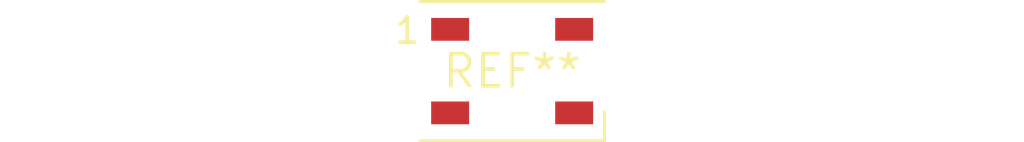
<source format=kicad_pcb>
(kicad_pcb (version 20240108) (generator pcbnew)
  (layers (0 "F.Cu" signal) (31 "B.Cu" signal) (34 "B.Paste" user) (35 "F.Paste" user) (36 "B.SilkS" user "B.Silkscreen") (37 "F.SilkS" user "F.Silkscreen") (38 "B.Mask" user) (39 "F.Mask" user) (44 "Edge.Cuts" user))
  (net 0 "")
  (footprint "LED_WS2812B_PLCC4_5.0x5.0mm_P3.2mm" (layer "F.Cu") (at 0 0)
    (property "Reference" "REF**")
    (property "Value" "LED_WS2812B_PLCC4_5.0x5.0mm_P3.2mm")
    (fp_line (start -3.65 -2.75) (end 3.65 -2.75) (layer "F.SilkS") (stroke (width 0.12)))
    (fp_line (start -3.65 2.75) (end 3.65 2.75) (layer "F.SilkS") (stroke (width 0.12)))
    (fp_line (start 3.65 2.75) (end 3.65 1.6) (layer "F.SilkS") (stroke (width 0.12)))
    (fp_text user "1" (at -4.15 -1.6 0) (layer "F.SilkS"))
    (pad "1" smd rect (at -2.45 -1.65) (size 1.5 0.9) (layers "F.Cu" "F.Paste" "F.Mask"))
    (pad "2" smd rect (at -2.45 1.65) (size 1.5 0.9) (layers "F.Cu" "F.Paste" "F.Mask"))
    (pad "3" smd rect (at 2.45 1.65) (size 1.5 0.9) (layers "F.Cu" "F.Paste" "F.Mask"))
    (pad "4" smd rect (at 2.45 -1.65) (size 1.5 0.9) (layers "F.Cu" "F.Paste" "F.Mask"))
  )
)
</source>
